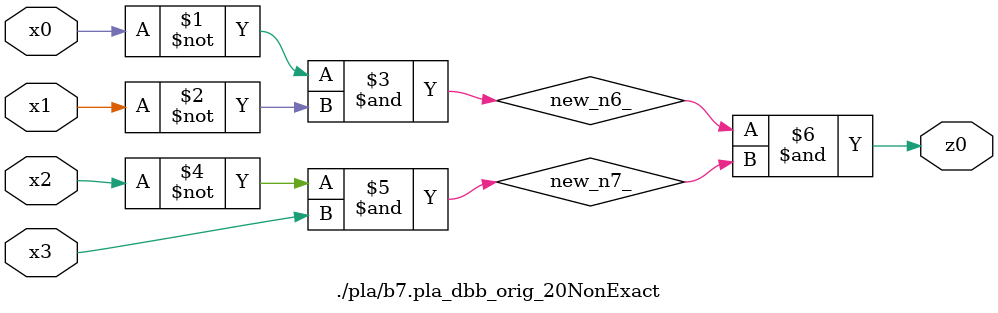
<source format=v>

module \./pla/b7.pla_dbb_orig_20NonExact  ( 
    x0, x1, x2, x3,
    z0  );
  input  x0, x1, x2, x3;
  output z0;
  wire new_n6_, new_n7_;
  assign new_n6_ = ~x0 & ~x1;
  assign new_n7_ = ~x2 & x3;
  assign z0 = new_n6_ & new_n7_;
endmodule



</source>
